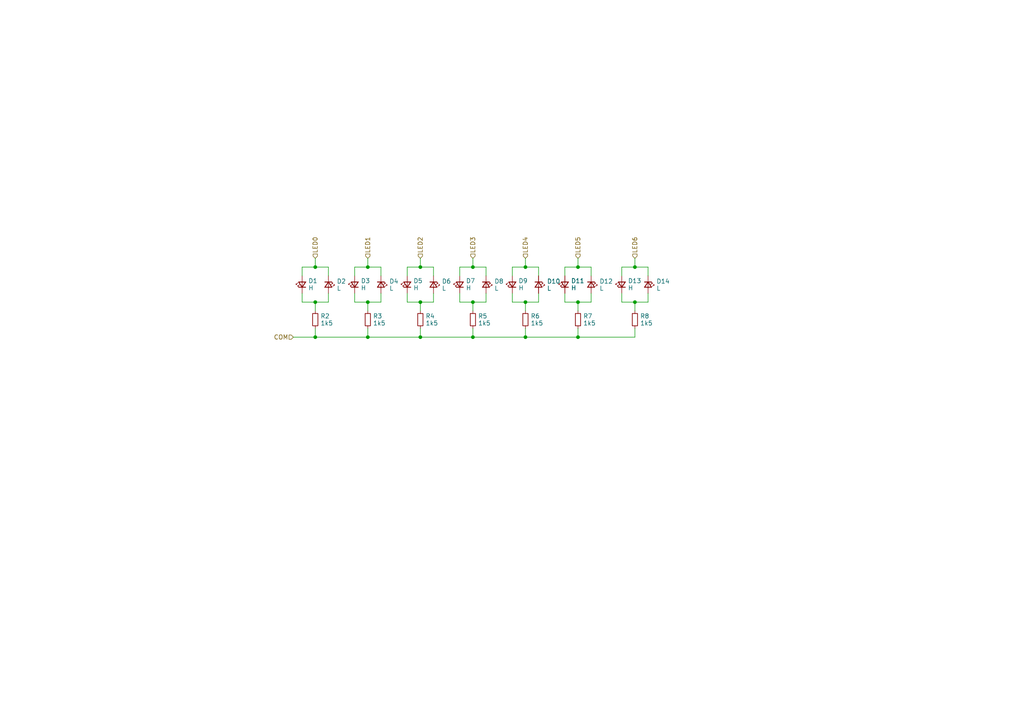
<source format=kicad_sch>
(kicad_sch (version 20230121) (generator eeschema)
  (paper "A4")
  (title_block (title "FP2800A-Tester") (date "${DATE}") (rev "${VERSION}"))
  (lib_symbols
    (symbol "Device:LED_Small" (pin_numbers hide) (pin_names (offset 0.254) hide)
      (property "Reference" "D" (at -1.27 3.175 0))
      (property "Value" "LED_Small" (at -4.445 -2.54 0))
      (symbol "LED_Small_0_1"
        (polyline (pts (xy -0.762 -1.016) (xy -0.762 1.016)) (stroke (width 0.254)))
        (polyline (pts (xy 1.016 0) (xy -0.762 0)))
        (polyline (pts (xy 0.762 -1.016) (xy -0.762 0) (xy 0.762 1.016) (xy 0.762 -1.016)) (stroke (width 0.254)))
        (polyline (pts (xy 0 0.762) (xy -0.508 1.27) (xy -0.254 1.27) (xy -0.508 1.27) (xy -0.508 1.016)))
        (polyline (pts (xy 0.508 1.27) (xy 0 1.778) (xy 0.254 1.778) (xy 0 1.778) (xy 0 1.524)))
      )
      (symbol "LED_Small_1_1"
        (pin passive line (at -2.54 0 0) (length 1.778) (name "K") (number "1"))
        (pin passive line (at 2.54 0 180) (length 1.778) (name "A") (number "2"))
      )
    )
    (symbol "Device:R_Small" (pin_numbers hide) (pin_names (offset 0.254) hide)
      (property "Reference" "R" (at 0.762 0.508 0))
      (property "Value" "R_Small" (at 0.762 -1.016 0))
      (symbol "R_Small_0_1"
        (rectangle (start -0.762 1.778) (end 0.762 -1.778) (stroke (width 0.2032)))
      )
      (symbol "R_Small_1_1"
        (pin passive line (at 0 2.54 270) (length 0.762) (name "~") (number "1"))
        (pin passive line (at 0 -2.54 90) (length 0.762) (name "~") (number "2"))
      )
    )
  )
  (junction (at 106.68 77.47))
  (junction (at 121.92 87.63))
  (junction (at 152.4 77.47))
  (junction (at 106.68 87.63))
  (junction (at 167.64 97.79))
  (junction (at 167.64 77.47))
  (junction (at 137.16 87.63))
  (junction (at 152.4 87.63))
  (junction (at 121.92 97.79))
  (junction (at 106.68 97.79))
  (junction (at 184.15 87.63))
  (junction (at 167.64 87.63))
  (junction (at 91.44 77.47))
  (junction (at 137.16 97.79))
  (junction (at 152.4 97.79))
  (junction (at 91.44 87.63))
  (junction (at 121.92 77.47))
  (junction (at 184.15 77.47))
  (junction (at 91.44 97.79))
  (junction (at 137.16 77.47))
  (wire (pts (xy 95.25 77.47) (xy 95.25 80.01)))
  (wire (pts (xy 125.73 87.63) (xy 121.92 87.63)))
  (wire (pts (xy 167.64 87.63) (xy 163.83 87.63)))
  (wire (pts (xy 163.83 80.01) (xy 163.83 77.47)))
  (wire (pts (xy 133.35 80.01) (xy 133.35 77.47)))
  (wire (pts (xy 187.96 77.47) (xy 187.96 80.01)))
  (wire (pts (xy 140.97 87.63) (xy 137.16 87.63)))
  (wire (pts (xy 184.15 87.63) (xy 180.34 87.63)))
  (wire (pts (xy 152.4 87.63) (xy 152.4 90.17)))
  (wire (pts (xy 171.45 77.47) (xy 171.45 80.01)))
  (wire (pts (xy 121.92 77.47) (xy 125.73 77.47)))
  (wire (pts (xy 118.11 80.01) (xy 118.11 77.47)))
  (wire (pts (xy 180.34 80.01) (xy 180.34 77.47)))
  (wire (pts (xy 87.63 80.01) (xy 87.63 77.47)))
  (wire (pts (xy 102.87 77.47) (xy 106.68 77.47)))
  (wire (pts (xy 106.68 74.93) (xy 106.68 77.47)))
  (wire (pts (xy 133.35 87.63) (xy 133.35 85.09)))
  (wire (pts (xy 106.68 97.79) (xy 106.68 95.25)))
  (wire (pts (xy 102.87 80.01) (xy 102.87 77.47)))
  (wire (pts (xy 163.83 87.63) (xy 163.83 85.09)))
  (wire (pts (xy 121.92 74.93) (xy 121.92 77.47)))
  (wire (pts (xy 125.73 85.09) (xy 125.73 87.63)))
  (wire (pts (xy 85.09 97.79) (xy 91.44 97.79)))
  (wire (pts (xy 106.68 87.63) (xy 106.68 90.17)))
  (wire (pts (xy 95.25 85.09) (xy 95.25 87.63)))
  (wire (pts (xy 137.16 97.79) (xy 152.4 97.79)))
  (wire (pts (xy 106.68 77.47) (xy 110.49 77.47)))
  (wire (pts (xy 91.44 74.93) (xy 91.44 77.47)))
  (wire (pts (xy 180.34 87.63) (xy 180.34 85.09)))
  (wire (pts (xy 106.68 87.63) (xy 102.87 87.63)))
  (wire (pts (xy 118.11 87.63) (xy 118.11 85.09)))
  (wire (pts (xy 167.64 97.79) (xy 184.15 97.79)))
  (wire (pts (xy 156.21 85.09) (xy 156.21 87.63)))
  (wire (pts (xy 148.59 87.63) (xy 148.59 85.09)))
  (wire (pts (xy 137.16 77.47) (xy 140.97 77.47)))
  (wire (pts (xy 110.49 85.09) (xy 110.49 87.63)))
  (wire (pts (xy 140.97 85.09) (xy 140.97 87.63)))
  (wire (pts (xy 91.44 97.79) (xy 91.44 95.25)))
  (wire (pts (xy 110.49 77.47) (xy 110.49 80.01)))
  (wire (pts (xy 91.44 87.63) (xy 91.44 90.17)))
  (wire (pts (xy 91.44 77.47) (xy 95.25 77.47)))
  (wire (pts (xy 184.15 97.79) (xy 184.15 95.25)))
  (wire (pts (xy 187.96 85.09) (xy 187.96 87.63)))
  (wire (pts (xy 171.45 87.63) (xy 167.64 87.63)))
  (wire (pts (xy 171.45 85.09) (xy 171.45 87.63)))
  (wire (pts (xy 167.64 97.79) (xy 167.64 95.25)))
  (wire (pts (xy 137.16 97.79) (xy 137.16 95.25)))
  (wire (pts (xy 152.4 87.63) (xy 148.59 87.63)))
  (wire (pts (xy 152.4 97.79) (xy 167.64 97.79)))
  (wire (pts (xy 87.63 77.47) (xy 91.44 77.47)))
  (wire (pts (xy 167.64 74.93) (xy 167.64 77.47)))
  (wire (pts (xy 152.4 97.79) (xy 152.4 95.25)))
  (wire (pts (xy 110.49 87.63) (xy 106.68 87.63)))
  (wire (pts (xy 125.73 77.47) (xy 125.73 80.01)))
  (wire (pts (xy 137.16 87.63) (xy 133.35 87.63)))
  (wire (pts (xy 184.15 74.93) (xy 184.15 77.47)))
  (wire (pts (xy 167.64 87.63) (xy 167.64 90.17)))
  (wire (pts (xy 95.25 87.63) (xy 91.44 87.63)))
  (wire (pts (xy 102.87 87.63) (xy 102.87 85.09)))
  (wire (pts (xy 137.16 87.63) (xy 137.16 90.17)))
  (wire (pts (xy 152.4 77.47) (xy 156.21 77.47)))
  (wire (pts (xy 180.34 77.47) (xy 184.15 77.47)))
  (wire (pts (xy 121.92 87.63) (xy 118.11 87.63)))
  (wire (pts (xy 167.64 77.47) (xy 171.45 77.47)))
  (wire (pts (xy 156.21 87.63) (xy 152.4 87.63)))
  (wire (pts (xy 133.35 77.47) (xy 137.16 77.47)))
  (wire (pts (xy 91.44 87.63) (xy 87.63 87.63)))
  (wire (pts (xy 118.11 77.47) (xy 121.92 77.47)))
  (wire (pts (xy 87.63 87.63) (xy 87.63 85.09)))
  (wire (pts (xy 184.15 77.47) (xy 187.96 77.47)))
  (wire (pts (xy 140.97 77.47) (xy 140.97 80.01)))
  (wire (pts (xy 184.15 87.63) (xy 184.15 90.17)))
  (wire (pts (xy 156.21 77.47) (xy 156.21 80.01)))
  (wire (pts (xy 163.83 77.47) (xy 167.64 77.47)))
  (wire (pts (xy 148.59 80.01) (xy 148.59 77.47)))
  (wire (pts (xy 121.92 97.79) (xy 137.16 97.79)))
  (wire (pts (xy 148.59 77.47) (xy 152.4 77.47)))
  (wire (pts (xy 137.16 74.93) (xy 137.16 77.47)))
  (wire (pts (xy 91.44 97.79) (xy 106.68 97.79)))
  (wire (pts (xy 152.4 74.93) (xy 152.4 77.47)))
  (wire (pts (xy 121.92 97.79) (xy 121.92 95.25)))
  (wire (pts (xy 187.96 87.63) (xy 184.15 87.63)))
  (wire (pts (xy 121.92 87.63) (xy 121.92 90.17)))
  (wire (pts (xy 106.68 97.79) (xy 121.92 97.79)))
  (hierarchical_label "LED4" (shape input) (at 152.4 74.93 90))
  (hierarchical_label "LED6" (shape input) (at 184.15 74.93 90))
  (hierarchical_label "LED3" (shape input) (at 137.16 74.93 90))
  (hierarchical_label "LED2" (shape input) (at 121.92 74.93 90))
  (hierarchical_label "LED0" (shape input) (at 91.44 74.93 90))
  (hierarchical_label "COM" (shape input) (at 85.09 97.79 180))
  (hierarchical_label "LED5" (shape input) (at 167.64 74.93 90))
  (hierarchical_label "LED1" (shape input) (at 106.68 74.93 90))
  (symbol (lib_id "Device:LED_Small") (at 125.73 82.55 270) (unit 1)
    (property "Reference" "D6" (at 128.143 81.5895 90) (effects (justify left)))
    (property "Value" "L" (at 128.143 83.6375 90) (effects (justify left)))
    (property "Footprint" "LED_SMD:LED_0603_1608Metric" (effects hide))
    (property "LCSC" "C2286" (effects hide))
    (instances (project "FP2800A-Tester" (path "" (reference "D6") (unit 1)) (path "" (reference "D20") (unit 1)) (path "" (reference "D34") (unit 1)) (path "" (reference "D48") (unit 1))))
  )
  (symbol (lib_id "Device:R_Small") (at 152.4 92.71 0) (unit 1)
    (property "Reference" "R6" (at 153.8986 91.686 0) (effects (justify left)))
    (property "Value" "1k5" (at 153.8986 93.734 0) (effects (justify left)))
    (property "Footprint" "Resistor_SMD:R_0603_1608Metric" (effects hide))
    (property "LCSC" "C22843" (effects hide))
    (instances (project "FP2800A-Tester" (path "" (reference "R6") (unit 1)) (path "" (reference "R13") (unit 1)) (path "" (reference "R20") (unit 1)) (path "" (reference "R27") (unit 1))))
  )
  (symbol (lib_id "Device:R_Small") (at 137.16 92.71 0) (unit 1)
    (property "Reference" "R5" (at 138.6586 91.686 0) (effects (justify left)))
    (property "Value" "1k5" (at 138.6586 93.734 0) (effects (justify left)))
    (property "Footprint" "Resistor_SMD:R_0603_1608Metric" (effects hide))
    (property "LCSC" "C22843" (effects hide))
    (instances (project "FP2800A-Tester" (path "" (reference "R5") (unit 1)) (path "" (reference "R12") (unit 1)) (path "" (reference "R19") (unit 1)) (path "" (reference "R26") (unit 1))))
  )
  (symbol (lib_id "Device:LED_Small") (at 171.45 82.55 270) (unit 1)
    (property "Reference" "D12" (at 173.863 81.5895 90) (effects (justify left)))
    (property "Value" "L" (at 173.863 83.6375 90) (effects (justify left)))
    (property "Footprint" "LED_SMD:LED_0603_1608Metric" (effects hide))
    (property "LCSC" "C2286" (effects hide))
    (instances (project "FP2800A-Tester" (path "" (reference "D12") (unit 1)) (path "" (reference "D26") (unit 1)) (path "" (reference "D40") (unit 1)) (path "" (reference "D54") (unit 1))))
  )
  (symbol (lib_id "Device:LED_Small") (at 180.34 82.55 90) (unit 1)
    (property "Reference" "D13" (at 182.118 81.4625 90) (effects (justify right)))
    (property "Value" "H" (at 182.118 83.5105 90) (effects (justify right)))
    (property "Footprint" "LED_SMD:LED_0603_1608Metric" (effects hide))
    (property "LCSC" "C72043" (effects hide))
    (instances (project "FP2800A-Tester" (path "" (reference "D13") (unit 1)) (path "" (reference "D27") (unit 1)) (path "" (reference "D41") (unit 1)) (path "" (reference "D55") (unit 1))))
  )
  (symbol (lib_id "Device:LED_Small") (at 133.35 82.55 90) (unit 1)
    (property "Reference" "D7" (at 135.128 81.4625 90) (effects (justify right)))
    (property "Value" "H" (at 135.128 83.5105 90) (effects (justify right)))
    (property "Footprint" "LED_SMD:LED_0603_1608Metric" (effects hide))
    (property "LCSC" "C72043" (effects hide))
    (instances (project "FP2800A-Tester" (path "" (reference "D7") (unit 1)) (path "" (reference "D21") (unit 1)) (path "" (reference "D35") (unit 1)) (path "" (reference "D49") (unit 1))))
  )
  (symbol (lib_id "Device:R_Small") (at 167.64 92.71 0) (unit 1)
    (property "Reference" "R7" (at 169.1386 91.686 0) (effects (justify left)))
    (property "Value" "1k5" (at 169.1386 93.734 0) (effects (justify left)))
    (property "Footprint" "Resistor_SMD:R_0603_1608Metric" (effects hide))
    (property "LCSC" "C22843" (effects hide))
    (instances (project "FP2800A-Tester" (path "" (reference "R7") (unit 1)) (path "" (reference "R14") (unit 1)) (path "" (reference "R21") (unit 1)) (path "" (reference "R28") (unit 1))))
  )
  (symbol (lib_id "Device:LED_Small") (at 102.87 82.55 90) (unit 1)
    (property "Reference" "D3" (at 104.648 81.4625 90) (effects (justify right)))
    (property "Value" "H" (at 104.648 83.5105 90) (effects (justify right)))
    (property "Footprint" "LED_SMD:LED_0603_1608Metric" (effects hide))
    (property "LCSC" "C72043" (effects hide))
    (instances (project "FP2800A-Tester" (path "" (reference "D3") (unit 1)) (path "" (reference "D17") (unit 1)) (path "" (reference "D31") (unit 1)) (path "" (reference "D45") (unit 1))))
  )
  (symbol (lib_id "Device:LED_Small") (at 110.49 82.55 270) (unit 1)
    (property "Reference" "D4" (at 112.903 81.5895 90) (effects (justify left)))
    (property "Value" "L" (at 112.903 83.6375 90) (effects (justify left)))
    (property "Footprint" "LED_SMD:LED_0603_1608Metric" (effects hide))
    (property "LCSC" "C2286" (effects hide))
    (instances (project "FP2800A-Tester" (path "" (reference "D4") (unit 1)) (path "" (reference "D18") (unit 1)) (path "" (reference "D32") (unit 1)) (path "" (reference "D46") (unit 1))))
  )
  (symbol (lib_id "Device:LED_Small") (at 163.83 82.55 90) (unit 1)
    (property "Reference" "D11" (at 165.608 81.4625 90) (effects (justify right)))
    (property "Value" "H" (at 165.608 83.5105 90) (effects (justify right)))
    (property "Footprint" "LED_SMD:LED_0603_1608Metric" (effects hide))
    (property "LCSC" "C72043" (effects hide))
    (instances (project "FP2800A-Tester" (path "" (reference "D11") (unit 1)) (path "" (reference "D25") (unit 1)) (path "" (reference "D39") (unit 1)) (path "" (reference "D53") (unit 1))))
  )
  (symbol (lib_id "Device:R_Small") (at 121.92 92.71 0) (unit 1)
    (property "Reference" "R4" (at 123.4186 91.686 0) (effects (justify left)))
    (property "Value" "1k5" (at 123.4186 93.734 0) (effects (justify left)))
    (property "Footprint" "Resistor_SMD:R_0603_1608Metric" (effects hide))
    (property "LCSC" "C22843" (effects hide))
    (instances (project "FP2800A-Tester" (path "" (reference "R4") (unit 1)) (path "" (reference "R11") (unit 1)) (path "" (reference "R18") (unit 1)) (path "" (reference "R25") (unit 1))))
  )
  (symbol (lib_id "Device:LED_Small") (at 187.96 82.55 270) (unit 1)
    (property "Reference" "D14" (at 190.373 81.5895 90) (effects (justify left)))
    (property "Value" "L" (at 190.373 83.6375 90) (effects (justify left)))
    (property "Footprint" "LED_SMD:LED_0603_1608Metric" (effects hide))
    (property "LCSC" "C2286" (effects hide))
    (instances (project "FP2800A-Tester" (path "" (reference "D14") (unit 1)) (path "" (reference "D28") (unit 1)) (path "" (reference "D42") (unit 1)) (path "" (reference "D56") (unit 1))))
  )
  (symbol (lib_id "Device:R_Small") (at 106.68 92.71 0) (unit 1)
    (property "Reference" "R3" (at 108.1786 91.686 0) (effects (justify left)))
    (property "Value" "1k5" (at 108.1786 93.734 0) (effects (justify left)))
    (property "Footprint" "Resistor_SMD:R_0603_1608Metric" (effects hide))
    (property "LCSC" "C22843" (effects hide))
    (instances (project "FP2800A-Tester" (path "" (reference "R3") (unit 1)) (path "" (reference "R10") (unit 1)) (path "" (reference "R17") (unit 1)) (path "" (reference "R24") (unit 1))))
  )
  (symbol (lib_id "Device:LED_Small") (at 95.25 82.55 270) (unit 1)
    (property "Reference" "D2" (at 97.663 81.5895 90) (effects (justify left)))
    (property "Value" "L" (at 97.663 83.6375 90) (effects (justify left)))
    (property "Footprint" "LED_SMD:LED_0603_1608Metric" (effects hide))
    (property "LCSC" "C2286" (effects hide))
    (instances (project "FP2800A-Tester" (path "" (reference "D2") (unit 1)) (path "" (reference "D16") (unit 1)) (path "" (reference "D30") (unit 1)) (path "" (reference "D44") (unit 1))))
  )
  (symbol (lib_id "Device:LED_Small") (at 140.97 82.55 270) (unit 1)
    (property "Reference" "D8" (at 143.383 81.5895 90) (effects (justify left)))
    (property "Value" "L" (at 143.383 83.6375 90) (effects (justify left)))
    (property "Footprint" "LED_SMD:LED_0603_1608Metric" (effects hide))
    (property "LCSC" "C2286" (effects hide))
    (instances (project "FP2800A-Tester" (path "" (reference "D8") (unit 1)) (path "" (reference "D22") (unit 1)) (path "" (reference "D36") (unit 1)) (path "" (reference "D50") (unit 1))))
  )
  (symbol (lib_id "Device:R_Small") (at 91.44 92.71 0) (unit 1)
    (property "Reference" "R2" (at 92.9386 91.686 0) (effects (justify left)))
    (property "Value" "1k5" (at 92.9386 93.734 0) (effects (justify left)))
    (property "Footprint" "Resistor_SMD:R_0603_1608Metric" (effects hide))
    (property "LCSC" "C22843" (effects hide))
    (instances (project "FP2800A-Tester" (path "" (reference "R2") (unit 1)) (path "" (reference "R9") (unit 1)) (path "" (reference "R16") (unit 1)) (path "" (reference "R23") (unit 1))))
  )
  (symbol (lib_id "Device:LED_Small") (at 118.11 82.55 90) (unit 1)
    (property "Reference" "D5" (at 119.888 81.4625 90) (effects (justify right)))
    (property "Value" "H" (at 119.888 83.5105 90) (effects (justify right)))
    (property "Footprint" "LED_SMD:LED_0603_1608Metric" (effects hide))
    (property "LCSC" "C72043" (effects hide))
    (instances (project "FP2800A-Tester" (path "" (reference "D5") (unit 1)) (path "" (reference "D19") (unit 1)) (path "" (reference "D33") (unit 1)) (path "" (reference "D47") (unit 1))))
  )
  (symbol (lib_id "Device:LED_Small") (at 148.59 82.55 90) (unit 1)
    (property "Reference" "D9" (at 150.368 81.4625 90) (effects (justify right)))
    (property "Value" "H" (at 150.368 83.5105 90) (effects (justify right)))
    (property "Footprint" "LED_SMD:LED_0603_1608Metric" (effects hide))
    (property "LCSC" "C72043" (effects hide))
    (instances (project "FP2800A-Tester" (path "" (reference "D9") (unit 1)) (path "" (reference "D23") (unit 1)) (path "" (reference "D37") (unit 1)) (path "" (reference "D51") (unit 1))))
  )
  (symbol (lib_id "Device:LED_Small") (at 156.21 82.55 270) (unit 1)
    (property "Reference" "D10" (at 158.623 81.5895 90) (effects (justify left)))
    (property "Value" "L" (at 158.623 83.6375 90) (effects (justify left)))
    (property "Footprint" "LED_SMD:LED_0603_1608Metric" (effects hide))
    (property "LCSC" "C2286" (effects hide))
    (instances (project "FP2800A-Tester" (path "" (reference "D10") (unit 1)) (path "" (reference "D24") (unit 1)) (path "" (reference "D38") (unit 1)) (path "" (reference "D52") (unit 1))))
  )
  (symbol (lib_id "Device:LED_Small") (at 87.63 82.55 90) (unit 1)
    (property "Reference" "D1" (at 89.408 81.4625 90) (effects (justify right)))
    (property "Value" "H" (at 89.408 83.5105 90) (effects (justify right)))
    (property "Footprint" "LED_SMD:LED_0603_1608Metric" (effects hide))
    (property "LCSC" "C72043" (effects hide))
    (instances (project "FP2800A-Tester" (path "" (reference "D1") (unit 1)) (path "" (reference "D15") (unit 1)) (path "" (reference "D29") (unit 1)) (path "" (reference "D43") (unit 1))))
  )
  (symbol (lib_id "Device:R_Small") (at 184.15 92.71 0) (unit 1)
    (property "Reference" "R8" (at 185.6486 91.686 0) (effects (justify left)))
    (property "Value" "1k5" (at 185.6486 93.734 0) (effects (justify left)))
    (property "Footprint" "Resistor_SMD:R_0603_1608Metric" (effects hide))
    (property "LCSC" "C22843" (effects hide))
    (instances (project "FP2800A-Tester" (path "" (reference "R8") (unit 1)) (path "" (reference "R15") (unit 1)) (path "" (reference "R22") (unit 1)) (path "" (reference "R29") (unit 1))))
  )
)
</source>
